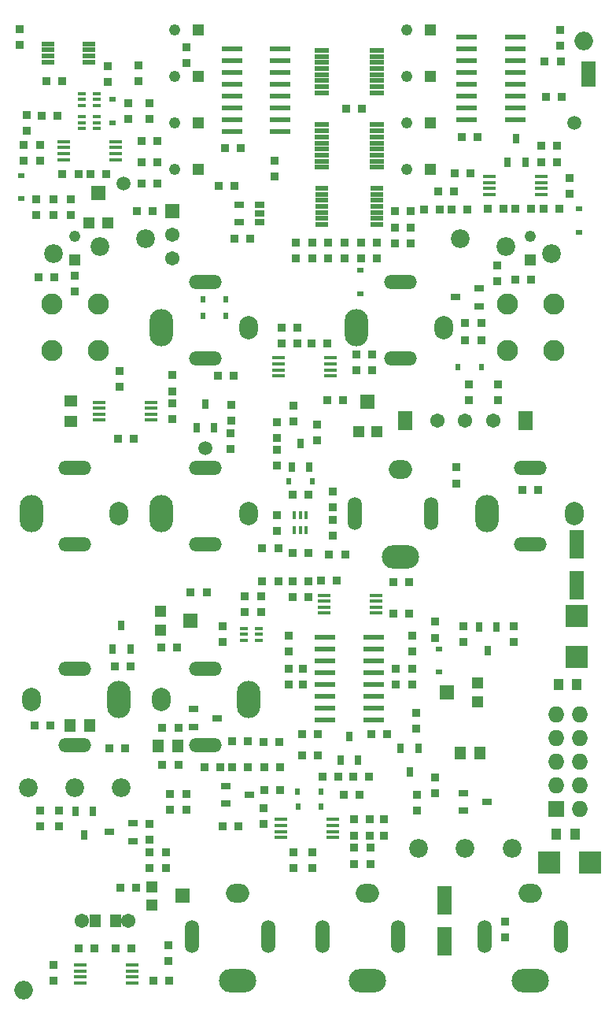
<source format=gbs>
G04 #@! TF.FileFunction,Soldermask,Bot*
%FSLAX46Y46*%
G04 Gerber Fmt 4.6, Leading zero omitted, Abs format (unit mm)*
G04 Created by KiCad (PCBNEW 4.0.2-stable) date 2017-05-29 11:54:06 AM*
%MOMM*%
G01*
G04 APERTURE LIST*
%ADD10C,0.100000*%
%ADD11R,0.832800X0.832800*%
%ADD12C,2.018980*%
%ADD13O,4.020000X2.520000*%
%ADD14O,2.520000X2.020000*%
%ADD15O,1.520000X3.520000*%
%ADD16R,0.418780X0.817560*%
%ADD17R,0.817560X0.418780*%
%ADD18O,2.520000X4.020000*%
%ADD19O,2.020000X2.520000*%
%ADD20O,3.520000X1.520000*%
%ADD21R,1.470000X0.470000*%
%ADD22R,0.629600X0.782000*%
%ADD23R,0.782000X0.629600*%
%ADD24R,2.417760X2.417760*%
%ADD25R,1.220000X1.220000*%
%ADD26C,1.220000*%
%ADD27R,1.747200X1.747200*%
%ADD28O,1.747200X1.747200*%
%ADD29R,1.020760X0.721040*%
%ADD30R,0.721040X1.020760*%
%ADD31C,2.270000*%
%ADD32R,1.620000X2.820000*%
%ADD33R,2.219640X0.619440*%
%ADD34R,1.520000X0.470000*%
%ADD35R,1.163000X1.417000*%
%ADD36C,1.544000*%
%ADD37R,1.417000X1.163000*%
%ADD38R,1.320480X0.420000*%
%ADD39R,1.620000X3.020000*%
%ADD40C,1.520000*%
%ADD41R,1.520000X1.620000*%
%ADD42R,1.620000X1.520000*%
%ADD43R,1.544000X1.544000*%
%ADD44R,1.080000X0.670000*%
%ADD45R,1.520000X2.020000*%
%ADD46O,2.000000X2.000000*%
%ADD47R,1.020000X1.270000*%
G04 APERTURE END LIST*
D10*
D11*
X110400000Y-64100000D03*
X110400000Y-65801800D03*
D12*
X114359238Y-49280570D03*
X119290666Y-50105808D03*
X109427810Y-48455332D03*
D13*
X103000000Y-82700000D03*
D14*
X103000000Y-73300000D03*
D15*
X98100000Y-78000000D03*
X106300000Y-78000000D03*
D16*
X91602300Y-78202440D03*
X92250000Y-78202440D03*
X92897700Y-78202440D03*
X92897700Y-79797560D03*
X92250000Y-79797560D03*
X91602300Y-79797560D03*
D17*
X87797560Y-90352300D03*
X87797560Y-91000000D03*
X87797560Y-91647700D03*
X86202440Y-91647700D03*
X86202440Y-91000000D03*
X86202440Y-90352300D03*
X68702440Y-34147700D03*
X68702440Y-33500000D03*
X68702440Y-32852300D03*
X70297560Y-32852300D03*
X70297560Y-33500000D03*
X70297560Y-34147700D03*
X68702440Y-36647700D03*
X68702440Y-36000000D03*
X68702440Y-35352300D03*
X70297560Y-35352300D03*
X70297560Y-36000000D03*
X70297560Y-36647700D03*
D18*
X86700000Y-98000000D03*
D19*
X77300000Y-98000000D03*
D20*
X82000000Y-102900000D03*
X82000000Y-94700000D03*
D21*
X100450000Y-43050000D03*
X100450000Y-43700000D03*
X100450000Y-44350000D03*
X100450000Y-45000000D03*
X100450000Y-45650000D03*
X100450000Y-46300000D03*
X100450000Y-46950000D03*
X94550000Y-46950000D03*
X94550000Y-46300000D03*
X94550000Y-45650000D03*
X94550000Y-45000000D03*
X94550000Y-44350000D03*
X94550000Y-43700000D03*
X94550000Y-43050000D03*
D11*
X88299100Y-102550000D03*
X90000900Y-102550000D03*
X71500000Y-29949100D03*
X71500000Y-31650900D03*
X67500000Y-44249100D03*
X67500000Y-45950900D03*
X62000000Y-25949100D03*
X62000000Y-27650900D03*
X62800000Y-35149100D03*
X62800000Y-36850900D03*
X117050900Y-52900000D03*
X115349100Y-52900000D03*
X108849100Y-41400000D03*
X110550900Y-41400000D03*
X88250000Y-111350900D03*
X88250000Y-109649100D03*
X109000000Y-73049100D03*
X109000000Y-74750900D03*
X83349100Y-63200000D03*
X85050900Y-63200000D03*
X102249100Y-88800000D03*
X103950900Y-88800000D03*
X96150900Y-85200000D03*
X94449100Y-85200000D03*
X95750000Y-75649100D03*
X95750000Y-77350900D03*
X98000000Y-113949100D03*
X98000000Y-115650900D03*
X83849100Y-111600000D03*
X85550900Y-111600000D03*
X106750000Y-91350900D03*
X106750000Y-89649100D03*
X76449100Y-128200000D03*
X78150900Y-128200000D03*
X65700000Y-128250900D03*
X65700000Y-126549100D03*
X80000000Y-109850900D03*
X80000000Y-108149100D03*
X76000000Y-116100900D03*
X76000000Y-114399100D03*
X80000000Y-27849100D03*
X80000000Y-29550900D03*
X120250900Y-29400000D03*
X118549100Y-29400000D03*
X94100900Y-104000000D03*
X92399100Y-104000000D03*
X99750000Y-112600900D03*
X99750000Y-110899100D03*
X63800000Y-45950900D03*
X63800000Y-44249100D03*
X64899100Y-31500000D03*
X66600900Y-31500000D03*
X76850900Y-42500000D03*
X75149100Y-42500000D03*
X120200000Y-27750900D03*
X120200000Y-26049100D03*
X97149100Y-34500000D03*
X98850900Y-34500000D03*
X83449100Y-42800000D03*
X85150900Y-42800000D03*
X93500000Y-48899100D03*
X93500000Y-50600900D03*
X102399100Y-45500000D03*
X104100900Y-45500000D03*
X100500000Y-50600900D03*
X100500000Y-48899100D03*
D22*
X91005400Y-74500000D03*
X93494600Y-74500000D03*
D23*
X107200000Y-95044600D03*
X107200000Y-92555400D03*
D24*
X122000000Y-93449640D03*
X122000000Y-89050360D03*
X119050360Y-115500000D03*
X123449640Y-115500000D03*
D22*
X94444600Y-107900000D03*
X91955400Y-107900000D03*
X92005400Y-109500000D03*
X94494600Y-109500000D03*
D23*
X122250000Y-45255400D03*
X122250000Y-47744600D03*
D22*
X109205400Y-62250000D03*
X111694600Y-62250000D03*
D25*
X68000000Y-50770000D03*
D26*
X68000000Y-48230000D03*
D25*
X117000000Y-50770000D03*
D26*
X117000000Y-48230000D03*
D23*
X62200000Y-44144600D03*
X62200000Y-41655400D03*
X72000000Y-35994600D03*
X72000000Y-33505400D03*
D25*
X81270000Y-26000000D03*
D26*
X78730000Y-26000000D03*
D25*
X81270000Y-31000000D03*
D26*
X78730000Y-31000000D03*
D25*
X81270000Y-36000000D03*
D26*
X78730000Y-36000000D03*
D25*
X81270000Y-41000000D03*
D26*
X78730000Y-41000000D03*
D25*
X106270000Y-26000000D03*
D26*
X103730000Y-26000000D03*
D25*
X106270000Y-31000000D03*
D26*
X103730000Y-31000000D03*
D25*
X106270000Y-36000000D03*
D26*
X103730000Y-36000000D03*
D25*
X106270000Y-41000000D03*
D26*
X103730000Y-41000000D03*
D23*
X98700000Y-51855400D03*
X98700000Y-54344600D03*
D18*
X98300000Y-58000000D03*
D19*
X107700000Y-58000000D03*
D20*
X103000000Y-53100000D03*
X103000000Y-61300000D03*
D18*
X72700000Y-98000000D03*
D19*
X63300000Y-98000000D03*
D20*
X68000000Y-102900000D03*
X68000000Y-94700000D03*
D18*
X112300000Y-78000000D03*
D19*
X121700000Y-78000000D03*
D20*
X117000000Y-73100000D03*
X117000000Y-81300000D03*
D18*
X77300000Y-78000000D03*
D19*
X86700000Y-78000000D03*
D20*
X82000000Y-73100000D03*
X82000000Y-81300000D03*
D18*
X77300000Y-58000000D03*
D19*
X86700000Y-58000000D03*
D20*
X82000000Y-53100000D03*
X82000000Y-61300000D03*
D18*
X63300000Y-78000000D03*
D19*
X72700000Y-78000000D03*
D20*
X68000000Y-73100000D03*
X68000000Y-81300000D03*
D13*
X85500000Y-128200000D03*
D14*
X85500000Y-118800000D03*
D15*
X80600000Y-123500000D03*
X88800000Y-123500000D03*
D13*
X99500000Y-128200000D03*
D14*
X99500000Y-118800000D03*
D15*
X94600000Y-123500000D03*
X102800000Y-123500000D03*
D13*
X117000000Y-128200000D03*
D14*
X117000000Y-118800000D03*
D15*
X112100000Y-123500000D03*
X120300000Y-123500000D03*
D27*
X119750000Y-109750000D03*
D28*
X122290000Y-109750000D03*
X119750000Y-107210000D03*
X122290000Y-107210000D03*
X119750000Y-104670000D03*
X122290000Y-104670000D03*
X119750000Y-102130000D03*
X122290000Y-102130000D03*
X119750000Y-99590000D03*
X122290000Y-99590000D03*
D29*
X83270000Y-100000000D03*
X80730000Y-99047500D03*
X80730000Y-100952500D03*
X86770000Y-108250000D03*
X84230000Y-107297500D03*
X84230000Y-109202500D03*
X71730000Y-112250000D03*
X74270000Y-113202500D03*
X74270000Y-111297500D03*
D30*
X112400000Y-92770000D03*
X113352500Y-90230000D03*
X111447500Y-90230000D03*
X69000000Y-112520000D03*
X69952500Y-109980000D03*
X68047500Y-109980000D03*
X92250000Y-70480000D03*
X91297500Y-73020000D03*
X93202500Y-73020000D03*
D29*
X112370000Y-109000000D03*
X109830000Y-108047500D03*
X109830000Y-109952500D03*
D30*
X104000000Y-105770000D03*
X104952500Y-103230000D03*
X103047500Y-103230000D03*
X97500000Y-101980000D03*
X96547500Y-104520000D03*
X98452500Y-104520000D03*
X115500000Y-37730000D03*
X114547500Y-40270000D03*
X116452500Y-40270000D03*
X82000000Y-66230000D03*
X81047500Y-68770000D03*
X82952500Y-68770000D03*
D29*
X108980000Y-54750000D03*
X111520000Y-55702500D03*
X111520000Y-53797500D03*
D11*
X113500000Y-65850900D03*
X113500000Y-64149100D03*
X80449100Y-86500000D03*
X82150900Y-86500000D03*
X88399100Y-105250000D03*
X90100900Y-105250000D03*
X88149100Y-81750000D03*
X89850900Y-81750000D03*
X86600900Y-105250000D03*
X84899100Y-105250000D03*
X86600900Y-102500000D03*
X84899100Y-102500000D03*
X91399100Y-85250000D03*
X93100900Y-85250000D03*
X72899100Y-118250000D03*
X74600900Y-118250000D03*
X88399100Y-107750000D03*
X90100900Y-107750000D03*
X83600900Y-105250000D03*
X81899100Y-105250000D03*
X93100900Y-87000000D03*
X91399100Y-87000000D03*
X89850900Y-85250000D03*
X88149100Y-85250000D03*
X91500000Y-116100900D03*
X91500000Y-114399100D03*
X93500000Y-114399100D03*
X93500000Y-116100900D03*
X95750000Y-80350900D03*
X95750000Y-78649100D03*
X77750000Y-116100900D03*
X77750000Y-114399100D03*
X88000000Y-86899100D03*
X88000000Y-88600900D03*
X86250000Y-88600900D03*
X86250000Y-86899100D03*
X76000000Y-113050900D03*
X76000000Y-111349100D03*
X93100900Y-76000000D03*
X91399100Y-76000000D03*
X78950900Y-92400000D03*
X77249100Y-92400000D03*
X109800000Y-90149100D03*
X109800000Y-91850900D03*
X78250000Y-109850900D03*
X78250000Y-108149100D03*
X89750000Y-78149100D03*
X89750000Y-79850900D03*
X66250000Y-111600900D03*
X66250000Y-109899100D03*
X77399100Y-101000000D03*
X79100900Y-101000000D03*
X91399100Y-82250000D03*
X93100900Y-82250000D03*
X64250000Y-109899100D03*
X64250000Y-111600900D03*
X92399100Y-101750000D03*
X94100900Y-101750000D03*
X115200000Y-90149100D03*
X115200000Y-91850900D03*
X71649100Y-103250000D03*
X73350900Y-103250000D03*
X97050900Y-82400000D03*
X95349100Y-82400000D03*
X91000000Y-92850900D03*
X91000000Y-91149100D03*
X104800000Y-108249100D03*
X104800000Y-109950900D03*
X94000000Y-70100900D03*
X94000000Y-68399100D03*
X91000000Y-96350900D03*
X91000000Y-94649100D03*
X79100900Y-105000000D03*
X77399100Y-105000000D03*
X65350900Y-100750000D03*
X63649100Y-100750000D03*
X92500000Y-96350900D03*
X92500000Y-94649100D03*
X106750000Y-108100900D03*
X106750000Y-106399100D03*
X104750000Y-99399100D03*
X104750000Y-101100900D03*
X104250000Y-92850900D03*
X104250000Y-91149100D03*
X104250000Y-96350900D03*
X104250000Y-94649100D03*
X102500000Y-96350900D03*
X102500000Y-94649100D03*
X101600900Y-101750000D03*
X99899100Y-101750000D03*
X89750000Y-69850900D03*
X89750000Y-68149100D03*
X89750000Y-71149100D03*
X89750000Y-72850900D03*
X91500000Y-68100900D03*
X91500000Y-66399100D03*
X90199100Y-58000000D03*
X91900900Y-58000000D03*
X100000000Y-62600900D03*
X100000000Y-60899100D03*
X107250900Y-45300000D03*
X105549100Y-45300000D03*
X72649100Y-70000000D03*
X74350900Y-70000000D03*
X78500000Y-66149100D03*
X78500000Y-67850900D03*
X96350900Y-106250000D03*
X94649100Y-106250000D03*
X102249100Y-85400000D03*
X103950900Y-85400000D03*
X108549100Y-45300000D03*
X110250900Y-45300000D03*
X107049100Y-43400000D03*
X108750900Y-43400000D03*
X64049100Y-52600000D03*
X65750900Y-52600000D03*
X101250000Y-110899100D03*
X101250000Y-112600900D03*
X90199100Y-59750000D03*
X91900900Y-59750000D03*
X72750000Y-64350900D03*
X72750000Y-62649100D03*
X118149100Y-38500000D03*
X119850900Y-38500000D03*
X95149100Y-65800000D03*
X96850900Y-65800000D03*
X112399100Y-45250000D03*
X114100900Y-45250000D03*
X98000000Y-110899100D03*
X98000000Y-112600900D03*
X93449100Y-59750000D03*
X95150900Y-59750000D03*
X116149100Y-75500000D03*
X117850900Y-75500000D03*
X98250000Y-60899100D03*
X98250000Y-62600900D03*
X97899100Y-106250000D03*
X99600900Y-106250000D03*
X99800000Y-113949100D03*
X99800000Y-115650900D03*
X115399100Y-45250000D03*
X117100900Y-45250000D03*
X118149100Y-40250000D03*
X119850900Y-40250000D03*
X118399100Y-45250000D03*
X120100900Y-45250000D03*
X84750000Y-71100900D03*
X84750000Y-69399100D03*
X121250000Y-41899100D03*
X121250000Y-43600900D03*
X68000000Y-54100900D03*
X68000000Y-52399100D03*
X111700900Y-57500000D03*
X109999100Y-57500000D03*
X111700900Y-59350000D03*
X109999100Y-59350000D03*
X113400000Y-53050900D03*
X113400000Y-51349100D03*
X120350900Y-33250000D03*
X118649100Y-33250000D03*
X66649100Y-41500000D03*
X68350900Y-41500000D03*
X65700000Y-44249100D03*
X65700000Y-45950900D03*
X64250000Y-40100900D03*
X64250000Y-38399100D03*
X62500000Y-38399100D03*
X62500000Y-40100900D03*
X75149100Y-38000000D03*
X76850900Y-38000000D03*
X74800000Y-29849100D03*
X74800000Y-31550900D03*
X66100900Y-35250000D03*
X64399100Y-35250000D03*
X73750000Y-35600900D03*
X73750000Y-33899100D03*
X76000000Y-35600900D03*
X76000000Y-33899100D03*
X71350900Y-41500000D03*
X69649100Y-41500000D03*
X85850900Y-38750000D03*
X84149100Y-38750000D03*
X111350900Y-37500000D03*
X109649100Y-37500000D03*
X75149100Y-40250000D03*
X76850900Y-40250000D03*
X76350900Y-45500000D03*
X74649100Y-45500000D03*
X78000000Y-126100900D03*
X78000000Y-124399100D03*
X95250000Y-48899100D03*
X95250000Y-50600900D03*
X97000000Y-48899100D03*
X97000000Y-50600900D03*
X102399100Y-47250000D03*
X104100900Y-47250000D03*
X74100900Y-124750000D03*
X72399100Y-124750000D03*
X98750000Y-50600900D03*
X98750000Y-48899100D03*
X91750000Y-48899100D03*
X91750000Y-50600900D03*
X102399100Y-49000000D03*
X104100900Y-49000000D03*
X70100900Y-124750000D03*
X68399100Y-124750000D03*
D31*
X65500000Y-55500000D03*
X70500000Y-55500000D03*
X70500000Y-60500000D03*
X65500000Y-60500000D03*
X119500000Y-60500000D03*
X114500000Y-60500000D03*
X114500000Y-55500000D03*
X119500000Y-55500000D03*
D32*
X123250000Y-30750000D03*
D33*
X94901580Y-100195000D03*
X94901580Y-98925000D03*
X94901580Y-97655000D03*
X94901580Y-96385000D03*
X94901580Y-95115000D03*
X94901580Y-93845000D03*
X94901580Y-92575000D03*
X94901580Y-91305000D03*
X100098420Y-91305000D03*
X100098420Y-92575000D03*
X100098420Y-93845000D03*
X100098420Y-95115000D03*
X100098420Y-96385000D03*
X100098420Y-97655000D03*
X100098420Y-98925000D03*
X100098420Y-100195000D03*
D34*
X94550000Y-32775000D03*
X94550000Y-32125000D03*
X94550000Y-31475000D03*
X94550000Y-30825000D03*
X94550000Y-30175000D03*
X94550000Y-29525000D03*
X94550000Y-28875000D03*
X94550000Y-28225000D03*
X100450000Y-28225000D03*
X100450000Y-28875000D03*
X100450000Y-29525000D03*
X100450000Y-30175000D03*
X100450000Y-30825000D03*
X100450000Y-31475000D03*
X100450000Y-32125000D03*
X100450000Y-32775000D03*
X94550000Y-40775000D03*
X94550000Y-40125000D03*
X94550000Y-39475000D03*
X94550000Y-38825000D03*
X94550000Y-38175000D03*
X94550000Y-37525000D03*
X94550000Y-36875000D03*
X94550000Y-36225000D03*
X100450000Y-36225000D03*
X100450000Y-36875000D03*
X100450000Y-37525000D03*
X100450000Y-38175000D03*
X100450000Y-38825000D03*
X100450000Y-39475000D03*
X100450000Y-40125000D03*
X100450000Y-40775000D03*
D21*
X65050000Y-29475000D03*
X65050000Y-28825000D03*
X65050000Y-28175000D03*
X65050000Y-27525000D03*
X69450000Y-27525000D03*
X69450000Y-28175000D03*
X69450000Y-28825000D03*
X69450000Y-29475000D03*
D33*
X90098420Y-28055000D03*
X90098420Y-29325000D03*
X90098420Y-30595000D03*
X90098420Y-31865000D03*
X90098420Y-33135000D03*
X90098420Y-34405000D03*
X90098420Y-35675000D03*
X90098420Y-36945000D03*
X84901580Y-36945000D03*
X84901580Y-35675000D03*
X84901580Y-34405000D03*
X84901580Y-33135000D03*
X84901580Y-31865000D03*
X84901580Y-30595000D03*
X84901580Y-29325000D03*
X84901580Y-28055000D03*
X115348420Y-26805000D03*
X115348420Y-28075000D03*
X115348420Y-29345000D03*
X115348420Y-30615000D03*
X115348420Y-31885000D03*
X115348420Y-33155000D03*
X115348420Y-34425000D03*
X115348420Y-35695000D03*
X110151580Y-35695000D03*
X110151580Y-34425000D03*
X110151580Y-33155000D03*
X110151580Y-31885000D03*
X110151580Y-30615000D03*
X110151580Y-29345000D03*
X110151580Y-28075000D03*
X110151580Y-26805000D03*
D35*
X79079500Y-103000000D03*
X76920500Y-103000000D03*
X67420500Y-100750000D03*
X69579500Y-100750000D03*
D36*
X68750000Y-121750000D03*
X73750000Y-121750000D03*
D35*
X70170500Y-121750000D03*
X72329500Y-121750000D03*
D37*
X67500000Y-68079500D03*
X67500000Y-65920500D03*
D12*
X110000000Y-114000000D03*
X115000000Y-114000000D03*
X105000000Y-114000000D03*
X70640762Y-49280570D03*
X75572190Y-48455332D03*
X65709334Y-50105808D03*
X68000000Y-107500000D03*
X63000000Y-107500000D03*
X73000000Y-107500000D03*
D38*
X68556000Y-128455400D03*
X68556000Y-127820400D03*
X68556000Y-127160000D03*
X68556000Y-126525000D03*
X74144000Y-126525000D03*
X74144000Y-127172700D03*
X74144000Y-127820400D03*
X74144000Y-128468100D03*
X66806000Y-39955400D03*
X66806000Y-39320400D03*
X66806000Y-38660000D03*
X66806000Y-38025000D03*
X72394000Y-38025000D03*
X72394000Y-38672700D03*
X72394000Y-39320400D03*
X72394000Y-39968100D03*
X76194000Y-66044600D03*
X76194000Y-66679600D03*
X76194000Y-67340000D03*
X76194000Y-67975000D03*
X70606000Y-67975000D03*
X70606000Y-67327300D03*
X70606000Y-66679600D03*
X70606000Y-66031900D03*
X90181000Y-112830400D03*
X90181000Y-112195400D03*
X90181000Y-111535000D03*
X90181000Y-110900000D03*
X95769000Y-110900000D03*
X95769000Y-111547700D03*
X95769000Y-112195400D03*
X95769000Y-112843100D03*
X94806000Y-88705400D03*
X94806000Y-88070400D03*
X94806000Y-87410000D03*
X94806000Y-86775000D03*
X100394000Y-86775000D03*
X100394000Y-87422700D03*
X100394000Y-88070400D03*
X100394000Y-88718100D03*
X89856000Y-63205400D03*
X89856000Y-62570400D03*
X89856000Y-61910000D03*
X89856000Y-61275000D03*
X95444000Y-61275000D03*
X95444000Y-61922700D03*
X95444000Y-62570400D03*
X95444000Y-63218100D03*
X112556000Y-43705400D03*
X112556000Y-43070400D03*
X112556000Y-42410000D03*
X112556000Y-41775000D03*
X118144000Y-41775000D03*
X118144000Y-42422700D03*
X118144000Y-43070400D03*
X118144000Y-43718100D03*
D39*
X122000000Y-85700000D03*
X122000000Y-81300000D03*
X107750000Y-123950000D03*
X107750000Y-119550000D03*
D22*
X81755400Y-55000000D03*
X84244600Y-55000000D03*
X84244600Y-56750000D03*
X81755400Y-56750000D03*
D11*
X96899100Y-108250000D03*
X98600900Y-108250000D03*
D40*
X121750000Y-36000000D03*
X73250000Y-42500000D03*
D41*
X79550000Y-119100000D03*
D25*
X76300000Y-120100000D03*
X76300000Y-118100000D03*
D41*
X80450000Y-89500000D03*
D25*
X77200000Y-90500000D03*
X77200000Y-88500000D03*
D41*
X108050000Y-97250000D03*
D25*
X111300000Y-96250000D03*
X111300000Y-98250000D03*
D42*
X99500000Y-65950000D03*
D25*
X100500000Y-69200000D03*
X98500000Y-69200000D03*
D42*
X70500000Y-43550000D03*
D25*
X71500000Y-46800000D03*
X69500000Y-46800000D03*
D40*
X82000000Y-71000000D03*
D43*
X78500000Y-45460000D03*
D36*
X78500000Y-48000000D03*
X78500000Y-50540000D03*
D11*
X89500000Y-41750900D03*
X89500000Y-40049100D03*
X85149100Y-48500000D03*
X86850900Y-48500000D03*
D44*
X87850000Y-44800000D03*
X87850000Y-45750000D03*
X87850000Y-46700000D03*
X85650000Y-46700000D03*
X85650000Y-44800000D03*
D35*
X109420500Y-103750000D03*
X111579500Y-103750000D03*
D36*
X113000000Y-68050000D03*
X110000000Y-68050000D03*
X107000000Y-68050000D03*
D45*
X116500000Y-68050000D03*
X103500000Y-68050000D03*
D46*
X62500000Y-129250000D03*
X122750000Y-27250000D03*
D11*
X83900000Y-90149100D03*
X83900000Y-91850900D03*
X78500000Y-63149100D03*
X78500000Y-64850900D03*
X114250000Y-123600900D03*
X114250000Y-121899100D03*
X84800000Y-68050900D03*
X84800000Y-66349100D03*
D30*
X73000000Y-90030000D03*
X72047500Y-92570000D03*
X73952500Y-92570000D03*
D47*
X122000000Y-96400000D03*
X120000000Y-96400000D03*
X121800000Y-112500000D03*
X119800000Y-112500000D03*
D11*
X72249100Y-94400000D03*
X73950900Y-94400000D03*
M02*

</source>
